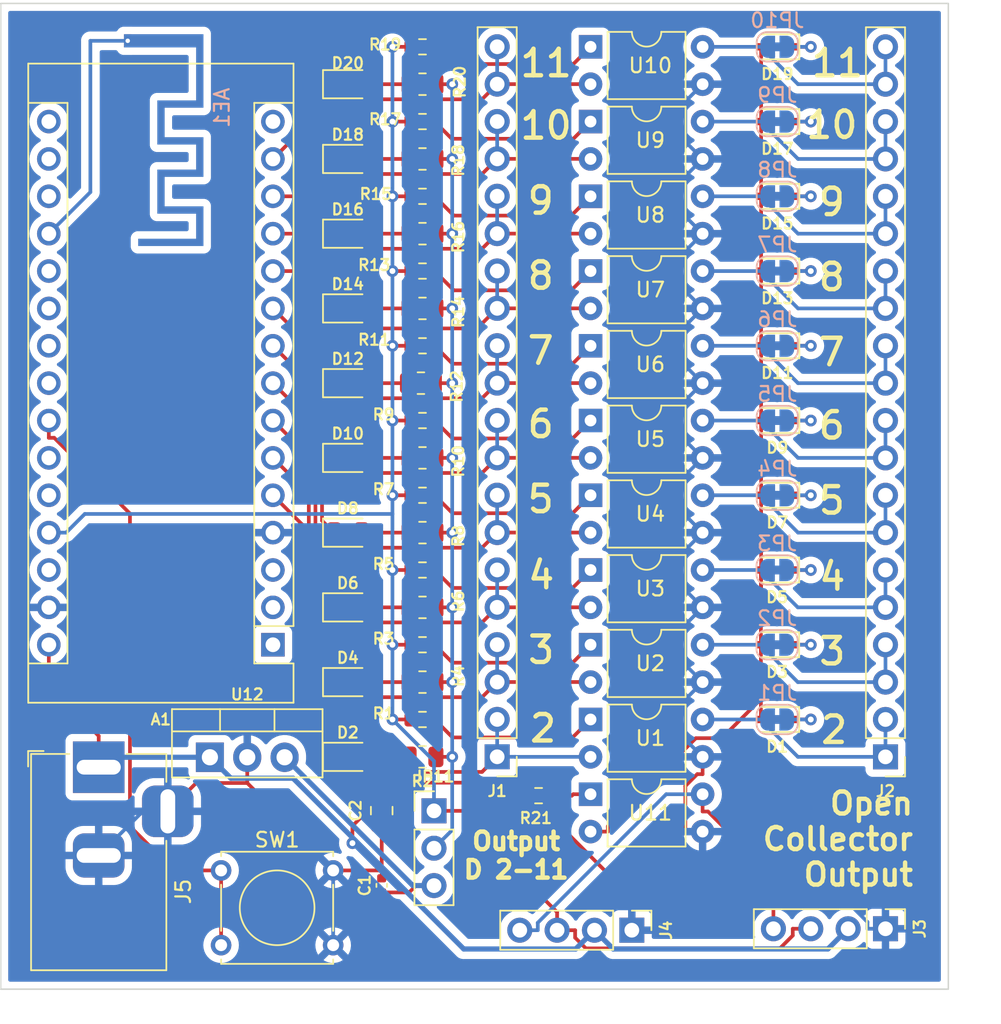
<source format=kicad_pcb>
(kicad_pcb (version 20211014) (generator pcbnew)
  (layers (0 "F.Cu" signal) (31 "B.Cu" signal) (34 "B.Paste" user) (35 "F.Paste" user) (36 "B.SilkS" user "B.Silkscreen") (37 "F.SilkS" user "F.Silkscreen") (38 "B.Mask" user) (39 "F.Mask" user) (44 "Edge.Cuts" user))
  (net 0 "")
  (net 6 "Net-(A1-Pad19)")
  (net 7 "GND")
  (net 9 "Net-(A1-Pad5)")
  (net 11 "Net-(A1-Pad6)")
  (net 13 "Net-(A1-Pad7)")
  (net 15 "Net-(A1-Pad8)")
  (net 16 "Net-(A1-Pad24)")
  (net 18 "Net-(A1-Pad10)")
  (net 20 "Net-(A1-Pad11)")
  (net 21 "/Arduino5V")
  (net 23 "Net-(A1-Pad13)")
  (net 24 "Net-(A1-Pad14)")
  (net 25 "Vin")
  (net 27 "Net-(C1-Pad1)")
  (net 28 "Net-(D1-Pad1)")
  (net 29 "Net-(D1-Pad2)")
  (net 30 "Net-(D2-Pad2)")
  (net 31 "Net-(D3-Pad1)")
  (net 32 "Net-(D4-Pad2)")
  (net 33 "Net-(D5-Pad1)")
  (net 34 "Net-(D6-Pad2)")
  (net 35 "Net-(D7-Pad1)")
  (net 36 "Net-(D8-Pad2)")
  (net 37 "Net-(D9-Pad1)")
  (net 38 "Net-(D10-Pad2)")
  (net 39 "Net-(D11-Pad1)")
  (net 40 "Net-(D12-Pad2)")
  (net 41 "Net-(D13-Pad1)")
  (net 42 "Net-(D14-Pad2)")
  (net 43 "Net-(D15-Pad1)")
  (net 44 "Net-(D16-Pad2)")
  (net 45 "Net-(D17-Pad1)")
  (net 46 "Net-(D18-Pad2)")
  (net 47 "Net-(D19-Pad1)")
  (net 48 "Net-(D20-Pad2)")
  (net 49 "Net-(J2-Pad1)")
  (net 50 "Net-(J2-Pad3)")
  (net 51 "Net-(J2-Pad5)")
  (net 52 "Net-(J2-Pad7)")
  (net 53 "Net-(J2-Pad10)")
  (net 54 "Net-(J2-Pad11)")
  (net 55 "Net-(R1-Pad2)")
  (net 56 "Net-(R3-Pad2)")
  (net 57 "Net-(R5-Pad2)")
  (net 58 "Net-(R7-Pad2)")
  (net 59 "Net-(R9-Pad2)")
  (net 60 "Net-(R11-Pad2)")
  (net 61 "Net-(R13-Pad2)")
  (net 62 "Net-(R15-Pad2)")
  (net 63 "Net-(R17-Pad2)")
  (net 64 "Net-(R19-Pad2)")
  (net 65 "Net-(R21-Pad2)")
  (net 67 "Net-(A1-Pad12)")
  (net 68 "Net-(A1-Pad9)")
  (net 69 "Net-(J2-Pad13)")
  (net 70 "Net-(J2-Pad15)")
  (net 71 "Net-(J2-Pad17)")
  (net 72 "Net-(J2-Pad19)")
  (net 73 "Net-(J3-Pad4)")
  (net 74 "Net-(JP11-Pad2)")
  (footprint "Capacitor_SMD:C_0805_2012Metric" (layer "F.Cu") (at 132.588 105.664 -90)
    (fp_text reference "C2")
    (fp_text value "C330nf")
  )
  (footprint "Capacitor_SMD:C_0402_1005Metric" (layer "F.Cu") (at 132.588 110.744 90)
    (fp_text reference "C1")
    (fp_text value "C100nf")
  )
  (footprint "Connector_PinHeader_2.54mm:PinHeader_1x04_P2.54mm_Vertical" (layer "F.Cu") (at 149.596 113.792 -90)
    (fp_text reference "J4")
    (fp_text value "Conn_4P_Female")
  )
  (footprint "Local_Misckllaneous_Library:DIP-4_W7.62mm_Slim" (layer "F.Cu") (at 146.79 68.989)
    (fp_text reference "U7")
    (fp_text value "PC817")
  )
  (footprint "Diode_SMD:D_SOD-323F" (layer "F.Cu") (at 159.49 63.909 180)
    (fp_text reference "D15")
    (fp_text value "1N4148WS")
  )
  (footprint "Diode_SMD:D_SOD-323F" (layer "F.Cu") (at 159.49 68.989 180)
    (fp_text reference "D13")
    (fp_text value "1N4148WS")
  )
  (footprint "LED_SMD:LED_0805_2012Metric" (layer "F.Cu") (at 130.28 71.529)
    (fp_text reference "D14")
    (fp_text value "LED_0805_R")
  )
  (footprint "Resistor_SMD:R_0603_1608Metric" (layer "F.Cu") (at 135.36 89.309)
    (fp_text reference "R5")
    (fp_text value "R390")
  )
  (footprint "Resistor_SMD:R_0805_2012Metric" (layer "F.Cu") (at 135.255 76.609 180)
    (fp_text reference "R12")
    (fp_text value "R180")
  )
  (footprint "Resistor_SMD:R_0805_2012Metric" (layer "F.Cu") (at 135.36 102.009 180)
    (fp_text reference "R2")
    (fp_text value "R180")
  )
  (footprint "LED_SMD:LED_0805_2012Metric" (layer "F.Cu") (at 130.28 56.289)
    (fp_text reference "D20")
    (fp_text value "LED_0805_R")
  )
  (footprint "Resistor_SMD:R_0603_1608Metric" (layer "F.Cu") (at 135.36 94.389)
    (fp_text reference "R3")
    (fp_text value "R390")
  )
  (footprint "Local_Misckllaneous_Library:DIP-4_W7.62mm_Slim" (layer "F.Cu") (at 146.79 79.149)
    (fp_text reference "U5")
    (fp_text value "PC817")
  )
  (footprint "Local_Connectors:SolderJumper-2_P1.3mm_Bridged_RoundedPad1.0x1.5mm(B.Mount)" (layer "F.Cu") (at 159.475 89.309)
    (fp_text reference "JP3")
    (fp_text value "Jumper")
  )
  (footprint "LED_SMD:LED_0805_2012Metric" (layer "F.Cu") (at 130.28 76.609)
    (fp_text reference "D12")
    (fp_text value "LED_0805_R")
  )
  (footprint "LED_SMD:LED_0805_2012Metric" (layer "F.Cu") (at 130.28 66.449)
    (fp_text reference "D16")
    (fp_text value "LED_0805_R")
  )
  (footprint "Local_Connectors:BarrelJack_Horizontal(F.Mount)" (layer "F.Cu") (at 113.3425 102.712 90)
    (fp_text reference "J5")
    (fp_text value "Barrel_Jack_Switch")
  )
  (footprint "Local_Misckllaneous_Library:Undefined_Antenna(B.Mount)" (layer "F.Cu") (at 115.316 53.34 -90)
    (fp_text reference "AE1")
    (fp_text value "Antenna")
  )
  (footprint "Diode_SMD:D_SOD-323F" (layer "F.Cu") (at 159.49 53.749 180)
    (fp_text reference "D19")
    (fp_text value "1N4148WS")
  )
  (footprint "Local_Connectors:SolderJumper-2_P1.3mm_Bridged_RoundedPad1.0x1.5mm(B.Mount)" (layer "F.Cu") (at 159.49 53.749)
    (fp_text reference "JP10")
    (fp_text value "Jumper")
  )
  (footprint "Resistor_SMD:R_0805_2012Metric" (layer "F.Cu") (at 135.36 56.289 180)
    (fp_text reference "R20")
    (fp_text value "R180")
  )
  (footprint "Diode_SMD:D_SOD-323F" (layer "F.Cu") (at 159.49 84.229 180)
    (fp_text reference "D7")
    (fp_text value "1N4148WS")
  )
  (footprint "Diode_SMD:D_SOD-323F" (layer "F.Cu") (at 159.49 58.829 180)
    (fp_text reference "D17")
    (fp_text value "1N4148WS")
  )
  (footprint "Local_Misckllaneous_Library:DIP-4_W7.62mm_Slim" (layer "F.Cu") (at 146.79 58.829)
    (fp_text reference "U9")
    (fp_text value "PC817")
  )
  (footprint "Diode_SMD:D_SOD-323F" (layer "F.Cu") (at 159.475 89.309 180)
    (fp_text reference "D5")
    (fp_text value "1N4148WS")
  )
  (footprint "Diode_SMD:D_SOD-323F" (layer "F.Cu") (at 159.49 79.149 180)
    (fp_text reference "D9")
    (fp_text value "1N4148WS")
  )
  (footprint "Resistor_SMD:R_0805_2012Metric" (layer "F.Cu") (at 135.36 91.849 180)
    (fp_text reference "R6")
    (fp_text value "R180")
  )
  (footprint "Resistor_SMD:R_0603_1608Metric" (layer "F.Cu") (at 135.36 68.989)
    (fp_text reference "R13")
    (fp_text value "R390")
  )
  (footprint "Local_Misckllaneous_Library:DIP-4_W7.62mm_Slim" (layer "F.Cu") (at 146.79 74.069)
    (fp_text reference "U6")
    (fp_text value "PC817")
  )
  (footprint "Resistor_SMD:R_0603_1608Metric" (layer "F.Cu") (at 135.36 63.909)
    (fp_text reference "R15")
    (fp_text value "R390")
  )
  (footprint "Diode_SMD:D_SOD-323F" (layer "F.Cu") (at 159.49 74.069 180)
    (fp_text reference "D11")
    (fp_text value "1N4148WS")
  )
  (footprint "Resistor_SMD:R_0603_1608Metric" (layer "F.Cu") (at 135.36 58.829)
    (fp_text reference "R17")
    (fp_text value "R390")
  )
  (footprint "LED_SMD:LED_0805_2012Metric" (layer "F.Cu") (at 130.28 91.849)
    (fp_text reference "D6")
    (fp_text value "LED_0805_R")
  )
  (footprint "LED_SMD:LED_0805_2012Metric" (layer "F.Cu") (at 130.28 61.369)
    (fp_text reference "D18")
    (fp_text value "LED_0805_R")
  )
  (footprint "Resistor_SMD:R_0603_1608Metric" (layer "F.Cu") (at 135.36 79.149)
    (fp_text reference "R9")
    (fp_text value "R390")
  )
  (footprint "Resistor_SMD:R_0805_2012Metric" (layer "F.Cu") (at 135.36 81.689 180)
    (fp_text reference "R10")
    (fp_text value "R180")
  )
  (footprint "Resistor_SMD:R_0603_1608Metric" (layer "F.Cu") (at 135.36 74.069)
    (fp_text reference "R11")
    (fp_text value "R390")
  )
  (footprint "Connector_PinHeader_2.54mm:PinHeader_1x20_P2.54mm_Vertical" (layer "F.Cu") (at 166.846 102.009 180)
    (fp_text reference "J2")
    (fp_text value "Conn_20P_Female")
  )
  (footprint "Local_Misckllaneous_Library:DIP-4_W7.62mm_Slim" (layer "F.Cu") (at 146.79 84.229)
    (fp_text reference "U4")
    (fp_text value "PC817")
  )
  (footprint "Diode_SMD:D_SOD-323F" (layer "F.Cu") (at 159.475 94.389 180)
    (fp_text reference "D3")
    (fp_text value "1N4148WS")
  )
  (footprint "Local_Connectors:SolderJumper-2_P1.3mm_Bridged_RoundedPad1.0x1.5mm(B.Mount)" (layer "F.Cu") (at 159.475 94.389)
    (fp_text reference "JP2")
    (fp_text value "Jumper")
  )
  (footprint "Local_Misckllaneous_Library:DIP-4_W7.62mm_Slim" (layer "F.Cu") (at 146.79 53.749)
    (fp_text reference "U10")
    (fp_text value "PC817")
  )
  (footprint "Local_Connectors:SolderJumper-2_P1.3mm_Bridged_RoundedPad1.0x1.5mm(B.Mount)" (layer "F.Cu") (at 159.49 68.989)
    (fp_text reference "JP7")
    (fp_text value "Jumper")
  )
  (footprint "Diode_SMD:D_SOD-323F" (layer "F.Cu") (at 159.48 99.469 180)
    (fp_text reference "D1")
    (fp_text value "1N4148WS")
  )
  (footprint "Local_Misckllaneous_Library:SW_Tactile_Straight_(F.Mount)" (layer "F.Cu") (at 121.666 109.728)
    (fp_text reference "SW1")
    (fp_text value "SMD-SW-4")
  )
  (footprint "LED_SMD:LED_0805_2012Metric" (layer "F.Cu") (at 130.28 86.769)
    (fp_text reference "D8")
    (fp_text value "LED_0805_R")
  )
  (footprint "Connector_PinHeader_2.54mm:PinHeader_1x20_P2.54mm_Vertical" (layer "F.Cu") (at 140.44 102.004 180)
    (fp_text reference "J1")
    (fp_text value "Conn_20P_Female")
  )
  (footprint "Resistor_SMD:R_0805_2012Metric" (layer "F.Cu") (at 135.36 66.449 180)
    (fp_text reference "R16")
    (fp_text value "R180")
  )
  (footprint "Resistor_SMD:R_0603_1608Metric" (layer "F.Cu") (at 135.36 99.469)
    (fp_text reference "R1")
    (fp_text value "R390")
  )
  (footprint "Local_Misckllaneous_Library:DIP-4_W7.62mm_Slim" (layer "F.Cu") (at 146.79 63.909)
    (fp_text reference "U8")
    (fp_text value "PC817")
  )
  (footprint "Local_Misckllaneous_Library:DIP-4_W7.62mm_Slim" (layer "F.Cu") (at 146.79 104.549)
    (fp_text reference "U11")
    (fp_text value "PC817")
  )
  (footprint "Local_Connectors:SolderJumper-2_P1.3mm_Bridged_RoundedPad1.0x1.5mm(B.Mount)" (layer "F.Cu") (at 159.49 74.069)
    (fp_text reference "JP6")
    (fp_text value "Jumper")
  )
  (footprint "LED_SMD:LED_0805_2012Metric" (layer "F.Cu") (at 130.28 81.689)
    (fp_text reference "D10")
    (fp_text value "LED_0805_R")
  )
  (footprint "Connector_PinHeader_2.54mm:PinHeader_1x03_P2.54mm_Vertical" (layer "F.Cu") (at 136.144 105.679)
    (fp_text reference "JP11")
    (fp_text value "Jumper")
  )
  (footprint "Module:Arduino_Nano" (layer "F.Cu") (at 125.19 94.389 180)
    (fp_text reference "A1")
    (fp_text value "Arduino_Nano_v3")
  )
  (footprint "Resistor_SMD:R_0805_2012Metric" (layer "F.Cu") (at 135.36 71.529 180)
    (fp_text reference "R14")
    (fp_text value "R180")
  )
  (footprint "Resistor_SMD:R_0805_2012Metric" (layer "F.Cu") (at 135.36 96.929 180)
    (fp_text reference "R4")
    (fp_text value "R180")
  )
  (footprint "Local_Connectors:SolderJumper-2_P1.3mm_Bridged_RoundedPad1.0x1.5mm(B.Mount)" (layer "F.Cu") (at 159.49 79.149)
    (fp_text reference "JP5")
    (fp_text value "Jumper")
  )
  (footprint "Connector_PinHeader_2.54mm:PinHeader_1x04_P2.54mm_Vertical" (layer "F.Cu") (at 166.846 113.693 -90)
    (fp_text reference "J3")
    (fp_text value "Conn_4P_Female")
  )
  (footprint "LED_SMD:LED_0805_2012Metric" (layer "F.Cu") (at 130.28 102.009)
    (fp_text reference "D2")
    (fp_text value "LED_0805_R")
  )
  (footprint "Local_Connectors:SolderJumper-2_P1.3mm_Bridged_RoundedPad1.0x1.5mm(B.Mount)" (layer "F.Cu") (at 159.48 99.469)
    (fp_text reference "JP1")
    (fp_text value "Jumper")
  )
  (footprint "Resistor_SMD:R_0603_1608Metric" (layer "F.Cu") (at 143.256 104.648)
    (fp_text reference "R21")
    (fp_text value "R390")
  )
  (footprint "Resistor_SMD:R_0603_1608Metric" (layer "F.Cu") (at 135.36 84.229)
    (fp_text reference "R7")
    (fp_text value "R390")
  )
  (footprint "Resistor_SMD:R_0805_2012Metric" (layer "F.Cu") (at 135.36 61.369 180)
    (fp_text reference "R18")
    (fp_text value "R180")
  )
  (footprint "Local_Connectors:SolderJumper-2_P1.3mm_Bridged_RoundedPad1.0x1.5mm(B.Mount)" (layer "F.Cu") (at 159.49 84.229)
    (fp_text reference "JP4")
    (fp_text value "Jumper")
  )
  (footprint "Package_TO_SOT_THT:TO-220-3_Vertical" (layer "F.Cu") (at 120.904 102.037)
    (fp_text reference "U12")
    (fp_text value "L78S05CV")
  )
  (footprint "Local_Misckllaneous_Library:DIP-4_W7.62mm_Slim" (layer "F.Cu") (at 146.79 89.309)
    (fp_text reference "U3")
    (fp_text value "PC817")
  )
  (footprint "Local_Misckllaneous_Library:DIP-4_W7.62mm_Slim" (layer "F.Cu") (at 146.79 99.469)
    (fp_text reference "U1")
    (fp_text value "PC817")
  )
  (footprint "Local_Misckllaneous_Library:DIP-4_W7.62mm_Slim" (layer "F.Cu") (at 146.79 94.389)
    (fp_text reference "U2")
    (fp_text value "PC817")
  )
  (footprint "Local_Connectors:SolderJumper-2_P1.3mm_Bridged_RoundedPad1.0x1.5mm(B.Mount)" (layer "F.Cu") (at 159.49 63.909)
    (fp_text reference "JP8")
    (fp_text value "Jumper")
  )
  (footprint "Resistor_SMD:R_0603_1608Metric" (layer "F.Cu") (at 135.36 53.749)
    (fp_text reference "R19")
    (fp_text value "R390")
  )
  (footprint "Local_Connectors:SolderJumper-2_P1.3mm_Bridged_RoundedPad1.0x1.5mm(B.Mount)" (layer "F.Cu") (at 159.49 58.829)
    (fp_text reference "JP9")
    (fp_text value "Jumper")
  )
  (footprint "Resistor_SMD:R_0805_2012Metric" (layer "F.Cu") (at 135.36 86.769 180)
    (fp_text reference "R8")
    (fp_text value "R180")
  )
  (footprint "LED_SMD:LED_0805_2012Metric" (layer "F.Cu") (at 130.28 96.929)
    (fp_text reference "D4")
    (fp_text value "LED_0805_R")
  )
  (gr_rect (start 106.68 50.8) (end 171.12 117.8) (layer "Edge.Cuts") (width 0.1) (fill none))
  (gr_rect (start 174.66 61.204) (end 174.66 61.204) (layer "Edge.Cuts") (width 0.1) (fill none))
  (gr_text "5" (at 163.195 84.589096) (layer "F.SilkS") (effects (font (size 1.8 1.8) (thickness 0.3))))
  (gr_text "2" (at 143.5608 100.076) (layer "F.SilkS") (effects (font (size 1.8 1.8) (thickness 0.3))))
  (gr_text "10" (at 163.195 59.055) (layer "F.SilkS") (effects (font (size 1.8 1.8) (thickness 0.3))))
  (gr_text "9" (at 163.195 64.301) (layer "F.SilkS") (effects (font (size 1.8 1.8) (thickness 0.3))))
  (gr_text "2" (at 163.355375 100.173505) (layer "F.SilkS") (effects (font (size 1.8 1.8) (thickness 0.3))))
  (gr_text "8" (at 163.195 69.402007) (layer "F.SilkS") (effects (font (size 1.8 1.8) (thickness 0.3))))
  (gr_text "6" (at 143.400425 79.390584) (layer "F.SilkS") (effects (font (size 1.8 1.8) (thickness 0.3))))
  (gr_text "7" (at 143.400425 74.405509) (layer "F.SilkS") (effects (font (size 1.8 1.8) (thickness 0.3))))
  (gr_text "6" (at 163.195 79.488089) (layer "F.SilkS") (effects (font (size 1.8 1.8) (thickness 0.3))))
  (gr_text "7" (at 163.195 74.503014) (layer "F.SilkS") (effects (font (size 1.8 1.8) (thickness 0.3))))
  (gr_text "5" (at 143.400425 84.491591) (layer "F.SilkS") (effects (font (size 1.8 1.8) (thickness 0.3))))
  (gr_text "4" (at 163.228375 89.759505) (layer "F.SilkS") (effects (font (size 1.8 1.8) (thickness 0.3))))
  (gr_text "3" (at 163.228375 94.839505) (layer "F.SilkS") (effects (font (size 1.8 1.8) (thickness 0.3))))
  (gr_text "Output\nD 2-11" (at 141.732 108.712) (layer "F.SilkS") (effects (font (size 1.2 1.2) (thickness 0.3))))
  (gr_text "4" (at 143.4338 89.662) (layer "F.SilkS") (effects (font (size 1.8 1.8) (thickness 0.3))))
  (gr_text "9" (at 143.400425 64.203495) (layer "F.SilkS") (effects (font (size 1.8 1.8) (thickness 0.3))))
  (gr_text "11" (at 163.576 54.864) (layer "F.SilkS") (effects (font (size 1.8 1.8) (thickness 0.3))))
  (gr_text "11" (at 143.764 54.864) (layer "F.SilkS") (effects (font (size 1.8 1.8) (thickness 0.3))))
  (gr_text "8" (at 143.400425 69.304502) (layer "F.SilkS") (effects (font (size 1.8 1.8) (thickness 0.3))))
  (gr_text "10" (at 143.764 59.102489) (layer "F.SilkS") (effects (font (size 1.8 1.8) (thickness 0.3))))
  (gr_text "Open\nCollector\nOutput" (at 168.878 107.597) (layer "F.SilkS") (effects (font (size 1.5 1.5) (thickness 0.3)) (justify right)))
  (gr_text "3" (at 143.4338 94.742) (layer "F.SilkS") (effects (font (size 1.8 1.8) (thickness 0.3))))
  (segment (start 112.776 53.34) (end 112.776 63.623) (width 0.25) (layer "B.Cu") (net 6))
  (segment (start 112.776 63.623) (end 109.95 66.449) (width 0.25) (layer "B.Cu") (net 6))
  (segment (start 115.316 53.34) (end 112.776 53.34) (width 0.25) (layer "B.Cu") (net 6))
  (segment (start 153.2347 107.089) (end 149.7856 110.5381) (width 0.25) (layer "F.Cu") (net 7))
  (segment (start 129.286 109.6286) (end 129.286 109.728) (width 0.25) (layer "F.Cu") (net 7))
  (segment (start 154.41 102.009) (end 154.41 103.1843) (width 0.25) (layer "F.Cu") (net 7))
  (segment (start 153.2347 103.9943) (end 153.2347 107.089) (width 0.25) (layer "F.Cu") (net 7))
  (segment (start 143.256 105.2381) (end 143.256 104.1507) (width 0.25) (layer "F.Cu") (net 7))
  (segment (start 149.596 113.792) (end 149.596 112.5667) (width 0.25) (layer "F.Cu") (net 7))
  (segment (start 135.4378 103.7642) (end 132.588 106.614) (width 0.25) (layer "F.Cu") (net 7))
  (segment (start 123.444 103.7866) (end 119.9679 103.7866) (width 0.25) (layer "F.Cu") (net 7))
  (segment (start 142.8695 103.7642) (end 135.4378 103.7642) (width 0.25) (layer "F.Cu") (net 7))
  (segment (start 149.596 110.5381) (end 149.596 112.5667) (width 0.25) (layer "F.Cu") (net 7))
  (segment (start 132.588 109.728) (end 129.286 109.728) (width 0.25) (layer "F.Cu") (net 7))
  (segment (start 149.7856 110.5381) (end 149.596 110.5381) (width 0.25) (layer "F.Cu") (net 7))
  (segment (start 119.9679 103.7866) (end 118.0425 105.712) (width 0.25) (layer "F.Cu") (net 7))
  (segment (start 132.588 109.728) (end 132.588 106.614) (width 0.25) (layer "F.Cu") (net 7))
  (segment (start 148.556 110.5381) (end 143.256 105.2381) (width 0.25) (layer "F.Cu") (net 7))
  (segment (start 132.588 110.264) (end 132.588 109.728) (width 0.25) (layer "F.Cu") (net 7))
  (segment (start 123.444 103.7866) (end 123.444 102.037) (width 0.25) (layer "F.Cu") (net 7))
  (segment (start 154.0447 103.1843) (end 153.2347 103.9943) (width 0.25) (layer "F.Cu") (net 7))
  (segment (start 154.41 107.089) (end 153.2347 107.089) (width 0.25) (layer "F.Cu") (net 7))
  (segment (start 154.41 103.1843) (end 154.0447 103.1843) (width 0.25) (layer "F.Cu") (net 7))
  (segment (start 123.444 103.7866) (end 129.286 109.6286) (width 0.25) (layer "F.Cu") (net 7))
  (segment (start 149.596 110.5381) (end 148.556 110.5381) (width 0.25) (layer "F.Cu") (net 7))
  (segment (start 143.256 104.1507) (end 142.8695 103.7642) (width 0.25) (layer "F.Cu") (net 7))
  (segment (start 153.235 82.8635) (end 153.235 85.5945) (width 0.25) (layer "B.Cu") (net 7))
  (segment (start 153.235 87.9435) (end 153.235 90.6745) (width 0.25) (layer "B.Cu") (net 7))
  (segment (start 124.0147 86.769) (end 118.9347 91.849) (width 0.25) (layer "B.Cu") (net 7))
  (segment (start 154.41 66.449) (end 153.235 67.6235) (width 0.25) (layer "B.Cu") (net 7))
  (segment (start 153.235 57.4635) (end 153.235 60.1945) (width 0.25) (layer "B.Cu") (net 7))
  (segment (start 153.235 80.5145) (end 154.41 81.689) (width 0.25) (layer "B.Cu") (net 7))
  (segment (start 154.41 96.929) (end 153.235 98.1035) (width 0.25) (layer "B.Cu") (net 7))
  (segment (start 154.41 91.849) (end 153.235 93.0235) (width 0.25) (layer "B.Cu") (net 7))
  (segment (start 154.41 71.529) (end 153.235 72.7035) (width 0.25) (layer "B.Cu") (net 7))
  (segment (start 154.41 61.369) (end 153.235 62.5435) (width 0.25) (layer "B.Cu") (net 7))
  (segment (start 153.235 60.1945) (end 154.41 61.369) (width 0.25) (layer "B.Cu") (net 7))
  (segment (start 123.444 96.3583) (end 118.9347 91.849) (width 0.25) (layer "B.Cu") (net 7))
  (segment (start 166.846 113.693) (end 165.621 113.693) (width 0.25) (layer "B.Cu") (net 7))
  (segment (start 153.235 100.834) (end 154.41 102.009) (width 0.25) (layer "B.Cu") (net 7))
  (segment (start 116.3425 105.712) (end 113.3425 108.712) (width 0.25) (layer "B.Cu") (net 7))
  (segment (start 165.621 113.693) (end 165.621 113.234) (width 0.25) (layer "B.Cu") (net 7))
  (segment (start 153.235 67.6235) (end 153.235 70.3545) (width 0.25) (layer "B.Cu") (net 7))
  (segment (start 153.235 75.4345) (end 154.41 76.609) (width 0.25) (layer "B.Cu") (net 7))
  (segment (start 118.0425 105.712) (end 116.3425 105.712) (width 0.25) (layer "B.Cu") (net 7))
  (segment (start 165.621 113.234) (end 159.476 107.089) (width 0.25) (layer "B.Cu") (net 7))
  (segment (start 153.235 95.7545) (end 154.41 96.929) (width 0.25) (layer "B.Cu") (net 7))
  (segment (start 153.235 93.0235) (end 153.235 95.7545) (width 0.25) (layer "B.Cu") (net 7))
  (segment (start 123.444 102.037) (end 123.444 96.3583) (width 0.25) (layer "B.Cu") (net 7))
  (segment (start 154.41 76.609) (end 153.235 77.7835) (width 0.25) (layer "B.Cu") (net 7))
  (segment (start 125.19 86.769) (end 124.0147 86.769) (width 0.25) (layer "B.Cu") (net 7))
  (segment (start 118.9347 91.849) (end 109.95 91.849) (width 0.25) (layer "B.Cu") (net 7))
  (segment (start 153.235 85.5945) (end 154.41 86.769) (width 0.25) (layer "B.Cu") (net 7))
  (segment (start 153.235 90.6745) (end 154.41 91.849) (width 0.25) (layer "B.Cu") (net 7))
  (segment (start 153.235 98.1035) (end 153.235 100.834) (width 0.25) (layer "B.Cu") (net 7))
  (segment (start 153.235 72.7035) (end 153.235 75.4345) (width 0.25) (layer "B.Cu") (net 7))
  (segment (start 154.41 81.689) (end 153.235 82.8635) (width 0.25) (layer "B.Cu") (net 7))
  (segment (start 159.476 107.089) (end 154.41 107.089) (width 0.25) (layer "B.Cu") (net 7))
  (segment (start 154.41 56.289) (end 153.235 57.4635) (width 0.25) (layer "B.Cu") (net 7))
  (segment (start 153.235 62.5435) (end 153.235 65.2745) (width 0.25) (layer "B.Cu") (net 7))
  (segment (start 154.41 86.769) (end 153.235 87.9435) (width 0.25) (layer "B.Cu") (net 7))
  (segment (start 153.235 65.2745) (end 154.41 66.449) (width 0.25) (layer "B.Cu") (net 7))
  (segment (start 153.235 70.3545) (end 154.41 71.529) (width 0.25) (layer "B.Cu") (net 7))
  (segment (start 153.235 77.7835) (end 153.235 80.5145) (width 0.25) (layer "B.Cu") (net 7))
  (segment (start 129.286 109.728) (end 129.286 114.808) (width 0.25) (layer "B.Cu") (net 7))
  (segment (start 129.3425 101.795) (end 129.3425 102.009) (width 0.25) (layer "F.Cu") (net 9))
  (segment (start 127.182 86.2209) (end 127.182 99.4191) (width 0.25) (layer "F.Cu") (net 9))
  (segment (start 130.367 103.034) (end 139.41 103.034) (width 0.25) (layer "F.Cu") (net 9))
  (segment (start 129.342 102.009) (end 129.342 102.01) (width 0.25) (layer "F.Cu") (net 9))
  (segment (start 129.342 102.01) (end 129.342 102.009) (width 0.25) (layer "F.Cu") (net 9))
  (segment (start 139.41 103.034) (end 140.44 102.004) (width 0.25) (layer "F.Cu") (net 9))
  (segment (start 125.19 84.229) (end 127.182 86.2209) (width 0.25) (layer "F.Cu") (net 9))
  (segment (start 129.342 101.58) (end 129.342 101.7945) (width 0.25) (layer "F.Cu") (net 9))
  (segment (start 129.342 101.7945) (end 129.3425 101.795) (width 0.25) (layer "F.Cu") (net 9))
  (segment (start 129.342 101.7945) (end 129.342 102.009) (width 0.25) (layer "F.Cu") (net 9))
  (segment (start 129.342 102.01) (end 130.367 103.034) (width 0.25) (layer "F.Cu") (net 9))
  (segment (start 127.182 99.4191) (end 129.342 101.58) (width 0.25) (layer "F.Cu") (net 9))
  (segment (start 140.44 102.004) (end 140.44 99.464) (width 0.25) (layer "B.Cu") (net 9))
  (segment (start 141.67 102.009) (end 141.665 102.004) (width 0.25) (layer "B.Cu") (net 9))
  (segment (start 141.665 102.004) (end 140.44 102.004) (width 0.25) (layer "B.Cu") (net 9))
  (segment (start 146.79 102.009) (end 141.67 102.009) (width 0.25) (layer "B.Cu") (net 9))
  (segment (start 130.367 97.9535) (end 139.41 97.9535) (width 0.25) (layer "F.Cu") (net 11))
  (segment (start 140.44 96.924) (end 146.785 96.924) (width 0.25) (layer "F.Cu") (net 11))
  (segment (start 127.631 84.1304) (end 127.631 95.2179) (width 0.25) (layer "F.Cu") (net 11))
  (segment (start 146.785 96.924) (end 146.79 96.929) (width 0.25) (layer "F.Cu") (net 11))
  (segment (start 129.342 96.9292) (end 130.367 97.9535) (width 0.25) (layer "F.Cu") (net 11))
  (segment (start 129.3425 96.929) (end 129.342 96.929) (width 0.25) (layer "F.Cu") (net 11))
  (segment (start 139.41 97.9535) (end 140.44 96.924) (width 0.25) (layer "F.Cu") (net 11))
  (segment (start 129.342 96.929) (end 129.342 96.9292) (width 0.25) (layer "F.Cu") (net 11))
  (segment (start 127.631 95.2179) (end 129.342 96.929) (width 0.25) (layer "F.Cu") (net 11))
  (segment (start 129.342 96.929) (end 129.342 96.9292) (width 0.25) (layer "F.Cu") (net 11))
  (segment (start 125.19 81.689) (end 127.631 84.1304) (width 0.25) (layer "F.Cu") (net 11))
  (segment (start 140.44 94.384) (end 140.44 96.924) (width 0.25) (layer "B.Cu") (net 11))
  (segment (start 128.081 90.5875) (end 129.342 91.849) (width 0.25) (layer "F.Cu") (net 13))
  (segment (start 139.41 92.8735) (end 140.44 91.844) (width 0.25) (layer "F.Cu") (net 13))
  (segment (start 129.3425 91.849) (end 129.342 91.849) (width 0.25) (layer "F.Cu") (net 13))
  (segment (start 128.081 82.04) (end 128.081 90.5875) (width 0.25) (layer "F.Cu") (net 13))
  (segment (start 140.44 91.844) (end 146.785 91.844) (width 0.25) (layer "F.Cu") (net 13))
  (segment (start 146.785 91.844) (end 146.79 91.849) (width 0.25) (layer "F.Cu") (net 13))
  (segment (start 130.367 92.8735) (end 139.41 92.8735) (width 0.25) (layer "F.Cu") (net 13))
  (segment (start 129.342 91.849) (end 129.342 91.8492) (width 0.25) (layer "F.Cu") (net 13))
  (segment (start 129.342 91.849) (end 129.342 91.8492) (width 0.25) (layer "F.Cu") (net 13))
  (segment (start 129.342 91.8492) (end 130.367 92.8735) (width 0.25) (layer "F.Cu") (net 13))
  (segment (start 125.19 79.149) (end 128.081 82.04) (width 0.25) (layer "F.Cu") (net 13))
  (segment (start 140.44 89.304) (end 140.44 91.844) (width 0.25) (layer "B.Cu") (net 13))
  (segment (start 129.342 86.769) (end 129.342 86.7692) (width 0.25) (layer "F.Cu") (net 15))
  (segment (start 129.342 86.7692) (end 130.367 87.7935) (width 0.25) (layer "F.Cu") (net 15))
  (segment (start 139.41 87.7935) (end 140.44 86.764) (width 0.25) (layer "F.Cu") (net 15))
  (segment (start 129.342 86.769) (end 129.342 86.7692) (width 0.25) (layer "F.Cu") (net 15))
  (segment (start 125.19 76.609) (end 128.53 79.9495) (width 0.25) (layer "F.Cu") (net 15))
  (segment (start 129.3425 86.769) (end 129.342 86.769) (width 0.25) (layer "F.Cu") (net 15))
  (segment (start 128.53 85.957) (end 129.342 86.769) (width 0.25) (layer "F.Cu") (net 15))
  (segment (start 140.44 86.764) (end 146.785 86.764) (width 0.25) (layer "F.Cu") (net 15))
  (segment (start 130.367 87.7935) (end 139.41 87.7935) (width 0.25) (layer "F.Cu") (net 15))
  (segment (start 128.53 79.9495) (end 128.53 85.957) (width 0.25) (layer "F.Cu") (net 15))
  (segment (start 146.785 86.764) (end 146.79 86.769) (width 0.25) (layer "F.Cu") (net 15))
  (segment (start 140.44 84.224) (end 140.44 86.764) (width 0.25) (layer "B.Cu") (net 15))
  (segment (start 121.666 114.808) (end 121.666 109.728) (width 0.25) (layer "F.Cu") (net 16))
  (segment (start 109.95 80.3243) (end 110.3173 80.3243) (width 0.25) (layer "F.Cu") (net 16))
  (segment (start 115.4678 106.7314) (end 118.4644 109.728) (width 0.25) (layer "F.Cu") (net 16))
  (segment (start 118.4644 109.728) (end 121.666 109.728) (width 0.25) (layer "F.Cu") (net 16))
  (segment (start 110.3173 80.3243) (end 115.4678 85.4748) (width 0.25) (layer "F.Cu") (net 16))
  (segment (start 115.4678 85.4748) (end 115.4678 106.7314) (width 0.25) (layer "F.Cu") (net 16))
  (segment (start 109.95 79.149) (end 109.95 80.3243) (width 0.25) (layer "F.Cu") (net 16))
  (segment (start 140.44 76.604) (end 146.785 76.604) (width 0.25) (layer "F.Cu") (net 18))
  (segment (start 139.41 77.6335) (end 140.44 76.604) (width 0.25) (layer "F.Cu") (net 18))
  (segment (start 125.19 71.529) (end 129.342 75.6815) (width 0.25) (layer "F.Cu") (net 18))
  (segment (start 129.3425 76.609) (end 129.342 76.609) (width 0.25) (layer "F.Cu") (net 18))
  (segment (start 146.785 76.604) (end 146.79 76.609) (width 0.25) (layer "F.Cu") (net 18))
  (segment (start 129.342 75.6815) (end 129.342 76.609) (width 0.25) (layer "F.Cu") (net 18))
  (segment (start 129.342 76.609) (end 130.367 77.6335) (width 0.25) (layer "F.Cu") (net 18))
  (segment (start 130.367 77.6335) (end 139.41 77.6335) (width 0.25) (layer "F.Cu") (net 18))
  (segment (start 140.44 74.064) (end 140.44 76.604) (width 0.25) (layer "B.Cu") (net 18))
  (segment (start 125.19 68.989) (end 126.802 68.989) (width 0.25) (layer "F.Cu") (net 20))
  (segment (start 129.3425 71.5296) (end 129.3425 71.529) (width 0.25) (layer "F.Cu") (net 20))
  (segment (start 126.802 68.989) (end 129.342 71.529) (width 0.25) (layer "F.Cu") (net 20))
  (segment (start 129.342 71.5293) (end 129.342 71.529) (width 0.25) (layer "F.Cu") (net 20))
  (segment (start 129.886 72.0732) (end 129.342 71.5293) (width 0.25) (layer "F.Cu") (net 20))
  (segment (start 129.614 71.8011) (end 129.886 72.0732) (width 0.25) (layer "F.Cu") (net 20))
  (segment (start 130.703 72.8895) (end 139.075 72.8895) (width 0.25) (layer "F.Cu") (net 20))
  (segment (start 146.785 71.524) (end 146.79 71.529) (width 0.25) (layer "F.Cu") (net 20))
  (segment (start 129.342 71.529) (end 129.614 71.8011) (width 0.25) (layer "F.Cu") (net 20))
  (segment (start 129.614 71.8011) (end 129.3425 71.5296) (width 0.25) (layer "F.Cu") (net 20))
  (segment (start 129.886 72.0732) (end 130.703 72.8895) (width 0.25) (layer "F.Cu") (net 20))
  (segment (start 139.075 72.8895) (end 140.44 71.524) (width 0.25) (layer "F.Cu") (net 20))
  (segment (start 140.44 71.524) (end 146.785 71.524) (width 0.25) (layer "F.Cu") (net 20))
  (segment (start 140.44 68.984) (end 140.44 71.524) (width 0.25) (layer "B.Cu") (net 20))
  (segment (start 134.535 84.229) (end 133.318 84.229) (width 0.25) (layer "F.Cu") (net 21))
  (segment (start 134.535 99.469) (end 133.318 99.469) (width 0.25) (layer "F.Cu") (net 21))
  (segment (start 134.535 63.909) (end 133.318 63.909) (width 0.25) (layer "F.Cu") (net 21))
  (segment (start 134.535 74.069) (end 133.318 74.069) (width 0.25) (layer "F.Cu") (net 21))
  (segment (start 134.535 68.989) (end 133.318 68.989) (width 0.25) (layer "F.Cu") (net 21))
  (segment (start 159.6666 115.0266) (end 146.4681 115.0266) (width 0.25) (layer "F.Cu") (net 21))
  (segment (start 144.516 113.792) (end 145.7413 113.792) (width 0.25) (layer "F.Cu") (net 21))
  (segment (start 160.5407 114.1525) (end 159.6666 115.0266) (width 0.25) (layer "F.Cu") (net 21))
  (segment (start 136.144 105.679) (end 141.4 105.679) (width 0.25) (layer "F.Cu") (net 21))
  (segment (start 134.535 94.389) (end 133.318 94.389) (width 0.25) (layer "F.Cu") (net 21))
  (segment (start 133.318 58.829) (end 134.535 58.829) (width 0.25) (layer "F.Cu") (net 21))
  (segment (start 146.4681 115.0266) (end 145.7413 114.2998) (width 0.25) (layer "F.Cu") (net 21))
  (segment (start 134.535 79.149) (end 133.318 79.149) (width 0.25) (layer "F.Cu") (net 21))
  (segment (start 144.516 113.792) (end 144.516 112.5667) (width 0.25) (layer "F.Cu") (net 21))
  (segment (start 141.4 109.4507) (end 144.516 112.5667) (width 0.25) (layer "F.Cu") (net 21))
  (segment (start 141.4 105.679) (end 141.4 109.4507) (width 0.25) (layer "F.Cu") (net 21))
  (segment (start 160.5407 113.693) (end 160.5407 114.1525) (width 0.25) (layer "F.Cu") (net 21))
  (segment (start 134.535 89.309) (end 133.318 89.309) (width 0.25) (layer "F.Cu") (net 21))
  (segment (start 141.4 105.679) (end 142.431 104.648) (width 0.25) (layer "F.Cu") (net 21))
  (segment (start 134.535 53.749) (end 133.318 53.749) (width 0.25) (layer "F.Cu") (net 21))
  (segment (start 145.7413 114.2998) (end 145.7413 113.792) (width 0.25) (layer "F.Cu") (net 21))
  (segment (start 161.766 113.693) (end 160.5407 113.693) (width 0.25) (layer "F.Cu") (net 21))
  (via (at 133.318 53.749) (size 0.8) (drill 0.4) (layers "F.Cu" "B.Cu") (net 21))
  (via (at 133.318 94.389) (size 0.8) (drill 0.4) (layers "F.Cu" "B.Cu") (net 21))
  (via (at 133.318 99.469) (size 0.8) (drill 0.4) (layers "F.Cu" "B.Cu") (net 21))
  (via (at 133.318 89.309) (size 0.8) (drill 0.4) (layers "F.Cu" "B.Cu") (net 21))
  (via (at 133.318 63.909) (size 0.8) (drill 0.4) (layers "F.Cu" "B.Cu") (net 21))
  (via (at 133.318 84.229) (size 0.8) (drill 0.4) (layers "F.Cu" "B.Cu") (net 21))
  (via (at 133.318 79.149) (size 0.8) (drill 0.4) (layers "F.Cu" "B.Cu") (net 21))
  (via (at 133.318 74.069) (size 0.8) (drill 0.4) (layers "F.Cu" "B.Cu") (net 21))
  (via (at 133.318 58.829) (size 0.8) (drill 0.4) (layers "F.Cu" "B.Cu") (net 21))
  (via (at 133.318 68.989) (size 0.8) (drill 0.4) (layers "F.Cu" "B.Cu") (net 21))
  (segment (start 133.318 63.909) (end 133.318 58.829) (width 0.25) (layer "B.Cu") (net 21))
  (segment (start 133.318 94.389) (end 133.318 89.309) (width 0.25) (layer "B.Cu") (net 21))
  (segment (start 133.318 53.749) (end 133.318 58.829) (width 0.25) (layer "B.Cu") (net 21))
  (segment (start 133.318 85.499) (end 133.318 84.229) (width 0.25) (layer "B.Cu") (net 21))
  (segment (start 109.95 86.769) (end 111.1253 86.769) (width 0.25) (layer "B.Cu") (net 21))
  (segment (start 133.318 99.469) (end 136.144 102.295) (width 0.25) (layer "B.Cu") (net 21))
  (segment (start 133.318 89.309) (end 133.318 85.499) (width 0.25) (layer "B.Cu") (net 21))
  (segment (start 112.3953 85.499) (end 111.1253 86.769) (width 0.25) (layer "B.Cu") (net 21))
  (segment (start 136.144 102.295) (end 136.144 105.679) (width 0.25) (layer "B.Cu") (net 21))
  (segment (start 133.318 79.149) (end 133.318 74.069) (width 0.25) (layer "B.Cu") (net 21))
  (segment (start 133.318 85.499) (end 112.3953 85.499) (width 0.25) (layer "B.Cu") (net 21))
  (segment (start 133.318 74.069) (end 133.318 68.989) (width 0.25) (layer "B.Cu") (net 21))
  (segment (start 133.318 84.229) (end 133.318 79.149) (width 0.25) (layer "B.Cu") (net 21))
  (segment (start 133.318 68.989) (end 133.318 63.909) (width 0.25) (layer "B.Cu") (net 21))
  (segment (start 133.318 99.469) (end 133.318 94.389) (width 0.25) (layer "B.Cu") (net 21))
  (segment (start 129.3425 61.369) (end 129.342 61.369) (width 0.25) (layer "F.Cu") (net 23))
  (segment (start 146.785 61.364) (end 146.79 61.369) (width 0.25) (layer "F.Cu") (net 23))
  (segment (start 129.342 61.369) (end 129.342 61.3692) (width 0.25) (layer "F.Cu") (net 23))
  (segment (start 130.367 62.3935) (end 139.41 62.3935) (width 0.25) (layer "F.Cu") (net 23))
  (segment (start 126.802 63.909) (end 129.342 61.369) (width 0.25) (layer "F.Cu") (net 23))
  (segment (start 139.41 62.3935) (end 140.44 61.364) (width 0.25) (layer "F.Cu") (net 23))
  (segment (start 125.19 63.909) (end 126.802 63.909) (width 0.25) (layer "F.Cu") (net 23))
  (segment (start 140.44 61.364) (end 146.785 61.364) (width 0.25) (layer "F.Cu") (net 23))
  (segment (start 129.342 61.369) (end 129.342 61.3692) (width 0.25) (layer "F.Cu") (net 23))
  (segment (start 129.342 61.3692) (end 130.367 62.3935) (width 0.25) (layer "F.Cu") (net 23))
  (segment (start 140.44 58.824) (end 140.44 61.364) (width 0.25) (layer "B.Cu") (net 23))
  (segment (start 129.342 57.2165) (end 129.342 56.2892) (width 0.25) (layer "F.Cu") (net 24))
  (segment (start 129.342 56.2892) (end 129.342 56.289) (width 0.25) (layer "F.Cu") (net 24))
  (segment (start 146.785 56.284) (end 146.79 56.289) (width 0.25) (layer "F.Cu") (net 24))
  (segment (start 140.44 56.284) (end 146.785 56.284) (width 0.25) (layer "F.Cu") (net 24))
  (segment (start 129.3425 56.289) (end 129.342 56.289) (width 0.25) (layer "F.Cu") (net 24))
  (segment (start 129.342 56.289) (end 129.342 56.2892) (width 0.25) (layer "F.Cu") (net 24))
  (segment (start 139.41 57.3135) (end 140.44 56.284) (width 0.25) (layer "F.Cu") (net 24))
  (segment (start 129.342 56.289) (end 129.342 56.2892) (width 0.25) (layer "F.Cu") (net 24))
  (segment (start 125.19 61.369) (end 129.342 57.2165) (width 0.25) (layer "F.Cu") (net 24))
  (segment (start 130.367 57.3135) (end 139.41 57.3135) (width 0.25) (layer "F.Cu") (net 24))
  (segment (start 129.342 56.2892) (end 130.367 57.3135) (width 0.25) (layer "F.Cu") (net 24))
  (segment (start 140.44 53.744) (end 140.44 56.284) (width 0.25) (layer "B.Cu") (net 24))
  (segment (start 113.3425 102.712) (end 113.3425 100.5867) (width 0.25) (layer "F.Cu") (net 25))
  (segment (start 130.5967 106.7053) (end 132.588 104.714) (width 0.25) (layer "F.Cu") (net 25))
  (segment (start 113.3425 100.5867) (end 109.95 97.1942) (width 0.25) (layer "F.Cu") (net 25))
  (segment (start 130.5967 107.8756) (end 130.5967 106.7053) (width 0.25) (layer "F.Cu") (net 25))
  (segment (start 109.95 97.1942) (end 109.95 94.389) (width 0.25) (layer "F.Cu") (net 25))
  (via (at 130.5967 107.8756) (size 0.8) (drill 0.4) (layers "F.Cu" "B.Cu") (net 25))
  (segment (start 134.1378 111.0388) (end 138.166 115.067) (width 0.35) (layer "B.Cu") (net 25))
  (segment (start 147.056 113.792) (end 148.331 115.067) (width 0.35) (layer "B.Cu") (net 25))
  (segment (start 148.331 115.067) (end 162.932 115.067) (width 0.35) (layer "B.Cu") (net 25))
  (segment (start 134.1378 111.0388) (end 133.7599 111.0388) (width 0.25) (layer "B.Cu") (net 25))
  (segment (start 126.561 103.462) (end 134.1378 111.0388) (width 0.35) (layer "B.Cu") (net 25))
  (segment (start 133.7599 111.0388) (end 130.5967 107.8756) (width 0.25) (layer "B.Cu") (net 25))
  (segment (start 114.018 102.037) (end 113.68 102.3745) (width 0.35) (layer "B.Cu") (net 25))
  (segment (start 162.932 115.067) (end 164.306 113.693) (width 0.35) (layer "B.Cu") (net 25))
  (segment (start 113.68 102.3745) (end 113.3425 102.712) (width 0.25) (layer "B.Cu") (net 25))
  (segment (start 113.68 102.3745) (end 113.342 102.712) (width 0.35) (layer "B.Cu") (net 25))
  (segment (start 122.329 103.462) (end 126.561 103.462) (width 0.35) (layer "B.Cu") (net 25))
  (segment (start 120.904 102.037) (end 122.329 103.462) (width 0.35) (layer "B.Cu") (net 25))
  (segment (start 145.781 115.067) (end 147.056 113.792) (width 0.35) (layer "B.Cu") (net 25))
  (segment (start 138.166 115.067) (end 145.781 115.067) (width 0.35) (layer "B.Cu") (net 25))
  (segment (start 120.904 102.037) (end 114.018 102.037) (width 0.35) (layer "B.Cu") (net 25))
  (segment (start 136.144 110.759) (end 134.9187 110.759) (width 0.25) (layer "F.Cu") (net 27))
  (segment (start 134.4537 111.224) (end 132.588 111.224) (width 0.25) (layer "F.Cu") (net 27))
  (segment (start 134.9187 110.759) (end 134.4537 111.224) (width 0.25) (layer "F.Cu") (net 27))
  (segment (start 136.144 110.759) (end 134.706 110.759) (width 0.35) (layer "B.Cu") (net 27))
  (segment (start 134.706 110.759) (end 125.984 102.037) (width 0.35) (layer "B.Cu") (net 27))
  (segment (start 160.58 99.469) (end 161.766 99.469) (width 0.25) (layer "F.Cu") (net 28))
  (via (at 161.766 99.469) (size 0.8) (drill 0.4) (layers "F.Cu" "B.Cu") (net 28))
  (segment (start 161.766 99.469) (end 160.13 99.469) (width 0.25) (layer "B.Cu") (net 28))
  (segment (start 158.39 78.846) (end 158.39 79.149) (width 0.25) (layer "F.Cu") (net 29))
  (segment (start 158.39 63.909) (end 158.39 68.989) (width 0.25) (layer "F.Cu") (net 29))
  (segment (start 158.375 98.0823) (end 158.375 99.464) (width 0.25) (layer "F.Cu") (net 29))
  (segment (start 147.965 107.089) (end 146.79 107.089) (width 0.25) (layer "F.Cu") (net 29))
  (segment (start 158.39 68.989) (end 158.39 74.069) (width 0.25) (layer "F.Cu") (net 29))
  (segment (start 158.39 79.149) (end 158.39 84.229) (width 0.25) (layer "F.Cu") (net 29))
  (segment (start 158.375 91.849) (end 158.39 91.834) (width 0.25) (layer "F.Cu") (net 29))
  (segment (start 158.39 78.846) (end 158.39 79.149) (width 0.25) (layer "F.Cu") (net 29))
  (segment (start 158.39 58.829) (end 158.39 63.909) (width 0.25) (layer "F.Cu") (net 29))
  (segment (start 155.718 100.739) (end 153.95 100.739) (width 0.25) (layer "F.Cu") (net 29))
  (segment (start 158.375 98.0823) (end 155.718 100.739) (width 0.25) (layer "F.Cu") (net 29))
  (segment (start 158.375 89.309) (end 158.375 91.849) (width 0.25) (layer "F.Cu") (net 29))
  (segment (start 147.965 106.724) (end 147.965 107.089) (width 0.25) (layer "F.Cu") (net 29))
  (segment (start 158.375 91.849) (end 158.375 94.389) (width 0.25) (layer "F.Cu") (net 29))
  (segment (start 158.375 94.389) (end 158.375 98.0823) (width 0.25) (layer "F.Cu") (net 29))
  (segment (start 158.39 91.834) (end 158.39 84.229) (width 0.25) (layer "F.Cu") (net 29))
  (segment (start 158.375 99.464) (end 158.38 99.469) (width 0.25) (layer "F.Cu") (net 29))
  (segment (start 153.95 100.739) (end 147.965 106.724) (width 0.25) (layer "F.Cu") (net 29))
  (segment (start 158.39 53.749) (end 158.39 58.829) (width 0.25) (layer "F.Cu") (net 29))
  (segment (start 158.39 74.069) (end 158.39 78.846) (width 0.25) (layer "F.Cu") (net 29))
  (segment (start 134.4475 102.009) (end 134.448 102.009) (width 0.25) (layer "F.Cu") (net 30))
  (segment (start 131.218 102.009) (end 134.4475 102.009) (width 0.25) (layer "F.Cu") (net 30))
  (segment (start 131.218 102.009) (end 131.2175 102.009) (width 0.25) (layer "F.Cu") (net 30))
  (segment (start 161.766 94.389) (end 160.575 94.389) (width 0.25) (layer "F.Cu") (net 31))
  (via (at 161.766 94.389) (size 0.8) (drill 0.4) (layers "F.Cu" "B.Cu") (net 31))
  (segment (start 160.125 94.389) (end 161.766 94.389) (width 0.25) (layer "B.Cu") (net 31))
  (segment (start 131.218 96.929) (end 131.2175 96.929) (width 0.25) (layer "F.Cu") (net 32))
  (segment (start 131.218 96.929) (end 134.4475 96.929) (width 0.25) (layer "F.Cu") (net 32))
  (segment (start 134.4475 96.929) (end 134.448 96.929) (width 0.25) (layer "F.Cu") (net 32))
  (segment (start 160.575 89.309) (end 161.766 89.309) (width 0.25) (layer "F.Cu") (net 33))
  (via (at 161.766 89.309) (size 0.8) (drill 0.4) (layers "F.Cu" "B.Cu") (net 33))
  (segment (start 161.766 89.309) (end 160.125 89.309) (width 0.25) (layer "B.Cu") (net 33))
  (segment (start 134.4475 91.849) (end 134.448 91.849) (width 0.25) (layer "F.Cu") (net 34))
  (segment (start 131.218 91.849) (end 134.4475 91.849) (width 0.25) (layer "F.Cu") (net 34))
  (segment (start 131.218 91.849) (end 131.2175 91.849) (width 0.25) (layer "F.Cu") (net 34))
  (segment (start 161.766 84.229) (end 160.59 84.229) (width 0.25) (layer "F.Cu") (net 35))
  (via (at 161.766 84.229) (size 0.8) (drill 0.4) (layers "F.Cu" "B.Cu") (net 35))
  (segment (start 160.14 84.229) (end 161.766 84.229) (width 0.25) (layer "B.Cu") (net 35))
  (segment (start 134.4475 86.769) (end 131.218 86.769) (width 0.25) (layer "F.Cu") (net 36))
  (segment (start 134.448 86.769) (end 134.4475 86.769) (width 0.25) (layer "F.Cu") (net 36))
  (segment (start 131.218 86.769) (end 131.2175 86.769) (width 0.25) (layer "F.Cu") (net 36))
  (segment (start 160.59 79.149) (end 161.766 79.149) (width 0.25) (layer "F.Cu") (net 37))
  (via (at 161.766 79.149) (size 0.8) (drill 0.4) (layers "F.Cu" "B.Cu") (net 37))
  (segment (start 161.766 79.149) (end 160.14 79.149) (width 0.25) (layer "B.Cu") (net 37))
  (segment (start 134.4475 81.689) (end 134.448 81.689) (width 0.25) (layer "F.Cu") (net 38))
  (segment (start 131.218 81.689) (end 131.2175 81.689) (width 0.25) (layer "F.Cu") (net 38))
  (segment (start 131.218 81.689) (end 134.4475 81.689) (width 0.25) (layer "F.Cu") (net 38))
  (segment (start 161.766 74.069) (end 160.59 74.069) (width 0.25) (layer "F.Cu") (net 39))
  (via (at 161.766 74.069) (size 0.8) (drill 0.4) (layers "F.Cu" "B.Cu") (net 39))
  (segment (start 160.14 74.069) (end 161.766 74.069) (width 0.25) (layer "B.Cu") (net 39))
  (segment (start 131.218 76.609) (end 131.2175 76.609) (width 0.25) (layer "F.Cu") (net 40))
  (segment (start 131.218 76.609) (end 134.4475 76.609) (width 0.25) (layer "F.Cu") (net 40))
  (segment (start 134.4475 76.609) (end 134.448 76.609) (width 0.25) (layer "F.Cu") (net 40))
  (segment (start 160.59 68.989) (end 161.766 68.989) (width 0.25) (layer "F.Cu") (net 41))
  (via (at 161.766 68.989) (size 0.8) (drill 0.4) (layers "F.Cu" "B.Cu") (net 41))
  (segment (start 161.766 68.989) (end 160.14 68.989) (width 0.25) (layer "B.Cu") (net 41))
  (segment (start 134.4475 71.529) (end 131.218 71.529) (width 0.25) (layer "F.Cu") (net 42))
  (segment (start 131.218 71.529) (end 131.2175 71.529) (width 0.25) (layer "F.Cu") (net 42))
  (segment (start 161.766 63.909) (end 160.59 63.909) (width 0.25) (layer "F.Cu") (net 43))
  (via (at 161.766 63.909) (size 0.8) (drill 0.4) (layers "F.Cu" "B.Cu") (net 43))
  (segment (start 160.14 63.909) (end 161.766 63.909) (width 0.25) (layer "B.Cu") (net 43))
  (segment (start 134.448 66.449) (end 134.4475 66.449) (width 0.25) (layer "F.Cu") (net 44))
  (segment (start 134.4475 66.449) (end 131.218 66.449) (width 0.25) (layer "F.Cu") (net 44))
  (segment (start 131.218 66.449) (end 131.2175 66.449) (width 0.25) (layer "F.Cu") (net 44))
  (segment (start 160.59 58.829) (end 161.766 58.829) (width 0.25) (layer "F.Cu") (net 45))
  (via (at 161.766 58.829) (size 0.8) (drill 0.4) (layers "F.Cu" "B.Cu") (net 45))
  (segment (start 161.766 58.829) (end 160.14 58.829) (width 0.25) (layer "B.Cu") (net 45))
  (segment (start 131.218 61.369) (end 131.2175 61.369) (width 0.25) (layer "F.Cu") (net 46))
  (segment (start 134.4475 61.369) (end 134.448 61.369) (width 0.25) (layer "F.Cu") (net 46))
  (segment (start 131.218 61.369) (end 134.4475 61.369) (width 0.25) (layer "F.Cu") (net 46))
  (segment (start 161.766 53.749) (end 160.59 53.749) (width 0.25) (layer "F.Cu") (net 47))
  (via (at 161.766 53.749) (size 0.8) (drill 0.4) (layers "F.Cu" "B.Cu") (net 47))
  (segment (start 160.14 53.749) (end 161.766 53.749) (width 0.25) (layer "B.Cu") (net 47))
  (segment (start 131.218 56.289) (end 134.4475 56.289) (width 0.25) (layer "F.Cu") (net 48))
  (segment (start 166.846 102.009) (end 166.846 99.469) (width 0.25) (layer "B.Cu") (net 49))
  (segment (start 158.83 99.469) (end 154.41 99.469) (width 0.25) (layer "B.Cu") (net 49))
  (segment (start 158.83 99.469) (end 158.83 99.9487) (width 0.25) (layer "B.Cu") (net 49))
  (segment (start 160.89 102.009) (end 166.846 102.009) (width 0.25) (layer "B.Cu") (net 49))
  (segment (start 158.83 99.9487) (end 160.89 102.009) (width 0.25) (layer "B.Cu") (net 49))
  (segment (start 158.825 94.389) (end 154.41 94.389) (width 0.25) (layer "B.Cu") (net 50))
  (segment (start 160.885 96.929) (end 166.846 96.929) (width 0.25) (layer "B.Cu") (net 50))
  (segment (start 158.825 94.8687) (end 160.885 96.929) (width 0.25) (layer "B.Cu") (net 50))
  (segment (start 158.825 94.389) (end 158.825 94.8687) (width 0.25) (layer "B.Cu") (net 50))
  (segment (start 166.846 96.929) (end 166.846 94.389) (width 0.25) (layer "B.Cu") (net 50))
  (segment (start 158.825 89.7887) (end 160.885 91.849) (width 0.25) (layer "B.Cu") (net 51))
  (segment (start 160.885 91.849) (end 166.846 91.849) (width 0.25) (layer "B.Cu") (net 51))
  (segment (start 158.825 89.309) (end 154.41 89.309) (width 0.25) (layer "B.Cu") (net 51))
  (segment (start 166.846 91.849) (end 166.846 89.309) (width 0.25) (layer "B.Cu") (net 51))
  (segment (start 158.825 89.309) (end 158.825 89.7887) (width 0.25) (layer "B.Cu") (net 51))
  (segment (start 166.846 84.229) (end 166.846 86.769) (width 0.25) (layer "B.Cu") (net 52))
  (segment (start 158.84 84.229) (end 158.84 84.7087) (width 0.25) (layer "B.Cu") (net 52))
  (segment (start 158.84 84.229) (end 154.41 84.229) (width 0.25) (layer "B.Cu") (net 52))
  (segment (start 160.9 86.769) (end 166.846 86.769) (width 0.25) (layer "B.Cu") (net 52))
  (segment (start 158.84 84.7087) (end 160.9 86.769) (width 0.25) (layer "B.Cu") (net 52))
  (segment (start 158.84 79.149) (end 154.41 79.149) (width 0.25) (layer "B.Cu") (net 53))
  (segment (start 166.846 81.689) (end 166.846 79.149) (width 0.25) (layer "B.Cu") (net 53))
  (segment (start 158.84 79.6287) (end 160.9 81.689) (width 0.25) (layer "B.Cu") (net 53))
  (segment (start 160.9 81.689) (end 166.846 81.689) (width 0.25) (layer "B.Cu") (net 53))
  (segment (start 158.84 79.149) (end 158.84 79.6287) (width 0.25) (layer "B.Cu") (net 53))
  (segment (start 158.84 74.5487) (end 160.9 76.609) (width 0.25) (layer "B.Cu") (net 54))
  (segment (start 166.846 76.609) (end 166.846 74.069) (width 0.25) (layer "B.Cu") (net 54))
  (segment (start 158.84 74.069) (end 158.84 74.5487) (width 0.25) (layer "B.Cu") (net 54))
  (segment (start 158.84 74.069) (end 154.41 74.069) (width 0.25) (layer "B.Cu") (net 54))
  (segment (start 160.9 76.609) (end 166.846 76.609) (width 0.25) (layer "B.Cu") (net 54))
  (segment (start 145.57 100.689) (end 146.79 99.469) (width 0.25) (layer "F.Cu") (net 55))
  (segment (start 137.405 100.689) (end 145.57 100.689) (width 0.25) (layer "F.Cu") (net 55))
  (segment (start 136.185 99.469) (end 137.405 100.689) (width 0.25) (layer "F.Cu") (net 55))
  (segment (start 136.185 94.389) (end 137.405 95.6085) (width 0.25) (layer "F.Cu") (net 56))
  (segment (start 145.57 95.6085) (end 146.79 94.389) (width 0.25) (layer "F.Cu") (net 56))
  (segment (start 137.405 95.6085) (end 145.57 95.6085) (width 0.25) (layer "F.Cu") (net 56))
  (segment (start 136.185 89.309) (end 137.405 90.5285) (width 0.25) (layer "F.Cu") (net 57))
  (segment (start 145.57 90.5285) (end 146.79 89.309) (width 0.25) (layer "F.Cu") (net 57))
  (segment (start 137.405 90.5285) (end 145.57 90.5285) (width 0.25) (layer "F.Cu") (net 57))
  (segment (start 137.405 85.4485) (end 145.57 85.4485) (width 0.25) (layer "F.Cu") (net 58))
  (segment (start 136.185 84.229) (end 137.405 85.4485) (width 0.25) (layer "F.Cu") (net 58))
  (segment (start 145.57 85.4485) (end 146.79 84.229) (width 0.25) (layer "F.Cu") (net 58))
  (segment (start 137.405 80.3685) (end 145.57 80.3685) (width 0.25) (layer "F.Cu") (net 59))
  (segment (start 136.185 79.149) (end 137.405 80.3685) (width 0.25) (layer "F.Cu") (net 59))
  (segment (start 145.57 80.3685) (end 146.79 79.149) (width 0.25) (layer "F.Cu") (net 59))
  (segment (start 145.57 75.2885) (end 146.79 74.069) (width 0.25) (layer "F.Cu") (net 60))
  (segment (start 136.185 74.069) (end 137.405 75.2885) (width 0.25) (layer "F.Cu") (net 60))
  (segment (start 137.405 75.2885) (end 145.57 75.2885) (width 0.25) (layer "F.Cu") (net 60))
  (segment (start 137.495 70.2995) (end 145.48 70.2995) (width 0.25) (layer "F.Cu") (net 61))
  (segment (start 145.48 70.2995) (end 146.79 68.989) (width 0.25) (layer "F.Cu") (net 61))
  (segment (start 136.185 68.989) (end 137.495 70.2995) (width 0.25) (layer "F.Cu") (net 61))
  (segment (start 137.495 65.2195) (end 145.48 65.2195) (width 0.25) (layer "F.Cu") (net 62))
  (segment (start 136.185 63.909) (end 137.495 65.2195) (width 0.25) (layer "F.Cu") (net 62))
  (segment (start 145.48 65.2195) (end 146.79 63.909) (width 0.25) (layer "F.Cu") (net 62))
  (segment (start 145.62 59.9985) (end 146.79 58.829) (width 0.25) (layer "F.Cu") (net 63))
  (segment (start 136.185 58.829) (end 137.355 59.9985) (width 0.25) (layer "F.Cu") (net 63))
  (segment (start 137.355 59.9985) (end 145.62 59.9985) (width 0.25) (layer "F.Cu") (net 63))
  (segment (start 145.62 54.9185) (end 146.79 53.749) (width 0.25) (layer "F.Cu") (net 64))
  (segment (start 136.185 53.749) (end 137.355 54.9185) (width 0.25) (layer "F.Cu") (net 64))
  (segment (start 137.355 54.9185) (end 145.62 54.9185) (width 0.25) (layer "F.Cu") (net 64))
  (segment (start 145.5157 104.648) (end 145.6147 104.549) (width 0.25) (layer "F.Cu") (net 65))
  (segment (start 146.79 104.549) (end 145.6147 104.549) (width 0.25) (layer "F.Cu") (net 65))
  (segment (start 144.081 104.648) (end 145.5157 104.648) (width 0.25) (layer "F.Cu") (net 65))
  (segment (start 125.19 66.449) (end 129.3425 66.449) (width 0.25) (layer "F.Cu") (net 67))
  (segment (start 146.785 66.444) (end 146.79 66.449) (width 0.25) (layer "F.Cu") (net 67))
  (segment (start 129.714 66.449) (end 130.738 67.4735) (width 0.25) (layer "F.Cu") (net 67))
  (segment (start 139.41 67.4735) (end 140.44 66.444) (width 0.25) (layer "F.Cu") (net 67))
  (segment (start 130.738 67.4735) (end 139.41 67.4735) (width 0.25) (layer "F.Cu") (net 67))
  (segment (start 140.44 66.444) (end 146.785 66.444) (width 0.25) (layer "F.Cu") (net 67))
  (segment (start 129.3425 66.449) (end 129.714 66.449) (width 0.25) (layer "F.Cu") (net 67))
  (segment (start 140.44 63.904) (end 140.44 66.444) (width 0.25) (layer "B.Cu") (net 67))
  (segment (start 130.367 82.7135) (end 139.41 82.7135) (width 0.25) (layer "F.Cu") (net 68))
  (segment (start 125.19 74.069) (end 129.342 78.2215) (width 0.25) (layer "F.Cu") (net 68))
  (segment (start 129.342 78.2215) (end 129.342 81.689) (width 0.25) (layer "F.Cu") (net 68))
  (segment (start 146.785 81.684) (end 146.79 81.689) (width 0.25) (layer "F.Cu") (net 68))
  (segment (start 139.41 82.7135) (end 140.44 81.684) (width 0.25) (layer "F.Cu") (net 68))
  (segment (start 140.44 81.684) (end 146.785 81.684) (width 0.25) (layer "F.Cu") (net 68))
  (segment (start 129.342 81.689) (end 130.367 82.7135) (width 0.25) (layer "F.Cu") (net 68))
  (segment (start 140.44 79.144) (end 140.44 81.684) (width 0.25) (layer "B.Cu") (net 68))
  (segment (start 166.846 71.529) (end 166.846 68.989) (width 0.25) (layer "B.Cu") (net 69))
  (segment (start 160.9 71.529) (end 166.846 71.529) (width 0.25) (layer "B.Cu") (net 69))
  (segment (start 158.84 68.989) (end 158.84 69.4687) (width 0.25) (layer "B.Cu") (net 69))
  (segment (start 158.84 68.989) (end 154.41 68.989) (width 0.25) (layer "B.Cu") (net 69))
  (segment (start 158.84 69.4687) (end 160.9 71.529) (width 0.25) (layer "B.Cu") (net 69))
  (segment (start 160.9 66.449) (end 166.846 66.449) (width 0.25) (layer "B.Cu") (net 70))
  (segment (start 158.84 64.3887) (end 160.9 66.449) (width 0.25) (layer "B.Cu") (net 70))
  (segment (start 158.84 63.909) (end 158.84 64.3887) (width 0.25) (layer "B.Cu") (net 70))
  (segment (start 166.846 66.449) (end 166.846 63.909) (width 0.25) (layer "B.Cu") (net 70))
  (segment (start 158.84 63.909) (end 154.41 63.909) (width 0.25) (layer "B.Cu") (net 70))
  (segment (start 158.84 58.829) (end 154.41 58.829) (width 0.25) (layer "B.Cu") (net 71))
  (segment (start 160.9 61.369) (end 166.846 61.369) (width 0.25) (layer "B.Cu") (net 71))
  (segment (start 166.846 61.369) (end 166.846 58.829) (width 0.25) (layer "B.Cu") (net 71))
  (segment (start 158.84 58.829) (end 158.84 59.3087) (width 0.25) (layer "B.Cu") (net 71))
  (segment (start 158.84 59.3087) (end 160.9 61.369) (width 0.25) (layer "B.Cu") (net 71))
  (segment (start 158.84 54.2287) (end 160.9 56.289) (width 0.25) (layer "B.Cu") (net 72))
  (segment (start 166.846 56.289) (end 166.846 53.749) (width 0.25) (layer "B.Cu") (net 72))
  (segment (start 160.9 56.289) (end 166.846 56.289) (width 0.25) (layer "B.Cu") (net 72))
  (segment (start 158.84 53.749) (end 154.41 53.749) (width 0.25) (layer "B.Cu") (net 72))
  (segment (start 158.84 53.749) (end 158.84 54.2287) (width 0.25) (layer "B.Cu") (net 72))
  (segment (start 154.41 105.724) (end 154.41 104.549) (width 0.25) (layer "F.Cu") (net 73))
  (segment (start 159.226 113.693) (end 159.226 110.175) (width 0.25) (layer "F.Cu") (net 73))
  (segment (start 159.226 110.175) (end 154.775 105.724) (width 0.25) (layer "F.Cu") (net 73))
  (segment (start 154.775 105.724) (end 154.41 105.724) (width 0.25) (layer "F.Cu") (net 73))
  (segment (start 143.2013 113.2842) (end 143.2013 113.792) (width 0.25) (layer "B.Cu") (net 73))
  (segment (start 153.235 104.549) (end 151.9365 104.549) (width 0.25) (layer "B.Cu") (net 73))
  (segment (start 141.976 113.792) (end 143.2013 113.792) (width 0.25) (layer "B.Cu") (net 73))
  (segment (start 154.41 104.549) (end 153.235 104.549) (width 0.25) (layer "B.Cu") (net 73))
  (segment (start 151.9365 104.549) (end 143.2013 113.2842) (width 0.25) (layer "B.Cu") (net 73))
  (segment (start 136.2725 56.289) (end 137.382 56.289) (width 0.25) (layer "F.Cu") (net 74))
  (segment (start 136.272 102.009) (end 136.2725 102.009) (width 0.25) (layer "F.Cu") (net 74))
  (segment (start 136.272 91.849) (end 136.2725 91.849) (width 0.25) (layer "F.Cu") (net 74))
  (segment (start 136.272 61.369) (end 136.2725 61.369) (width 0.25) (layer "F.Cu") (net 74))
  (segment (start 136.2725 71.529) (end 137.382 71.529) (width 0.25) (layer "F.Cu") (net 74))
  (segment (start 136.2725 91.849) (end 137.382 91.849) (width 0.25) (layer "F.Cu") (net 74))
  (segment (start 136.2725 66.449) (end 137.382 66.449) (width 0.25) (layer "F.Cu") (net 74))
  (segment (start 136.272 71.529) (end 136.2725 71.529) (width 0.25) (layer "F.Cu") (net 74))
  (segment (start 136.272 96.929) (end 136.2725 96.929) (width 0.25) (layer "F.Cu") (net 74))
  (segment (start 136.272 66.449) (end 136.2725 66.449) (width 0.25) (layer "F.Cu") (net 74))
  (segment (start 136.2725 61.369) (end 137.382 61.369) (width 0.25) (layer "F.Cu") (net 74))
  (segment (start 136.2725 81.689) (end 137.382 81.689) (width 0.25) (layer "F.Cu") (net 74))
  (segment (start 136.272 81.689) (end 136.2725 81.689) (width 0.25) (layer "F.Cu") (net 74))
  (segment (start 136.2725 76.609) (end 137.382 76.609) (width 0.25) (layer "F.Cu") (net 74))
  (segment (start 136.2725 96.929) (end 137.382 96.929) (width 0.25) (layer "F.Cu") (net 74))
  (segment (start 136.272 86.769) (end 136.2725 86.769) (width 0.25) (layer "F.Cu") (net 74))
  (segment (start 136.272 76.609) (end 136.2725 76.609) (width 0.25) (layer "F.Cu") (net 74))
  (segment (start 136.2725 86.769) (end 137.382 86.769) (width 0.25) (layer "F.Cu") (net 74))
  (segment (start 136.2725 102.009) (end 137.382 102.009) (width 0.25) (layer "F.Cu") (net 74))
  (via (at 137.382 61.369) (size 0.8) (drill 0.4) (layers "F.Cu" "B.Cu") (net 74))
  (via (at 137.382 96.929) (size 0.8) (drill 0.4) (layers "F.Cu" "B.Cu") (net 74))
  (via (at 137.382 56.289) (size 0.8) (drill 0.4) (layers "F.Cu" "B.Cu") (net 74))
  (via (at 137.382 76.609) (size 0.8) (drill 0.4) (layers "F.Cu" "B.Cu") (net 74))
  (via (at 137.382 86.769) (size 0.8) (drill 0.4) (layers "F.Cu" "B.Cu") (net 74))
  (via (at 137.382 81.689) (size 0.8) (drill 0.4) (layers "F.Cu" "B.Cu") (net 74))
  (via (at 137.382 71.529) (size 0.8) (drill 0.4) (layers "F.Cu" "B.Cu") (net 74))
  (via (at 137.382 102.009) (size 0.8) (drill 0.4) (layers "F.Cu" "B.Cu") (net 74))
  (via (at 137.382 91.849) (size 0.8) (drill 0.4) (layers "F.Cu" "B.Cu") (net 74))
  (via (at 137.382 66.449) (size 0.8) (drill 0.4) (layers "F.Cu" "B.Cu") (net 74))
  (segment (start 137.382 86.769) (end 137.382 91.849) (width 0.25) (layer "B.Cu") (net 74))
  (segment (start 137.382 76.609) (end 137.382 81.689) (width 0.25) (layer "B.Cu") (net 74))
  (segment (start 137.382 61.369) (end 137.382 65.941) (width 0.25) (layer "B.Cu") (net 74))
  (segment (start 137.382 56.289) (end 137.382 61.369) (width 0.25) (layer "B.Cu") (net 74))
  (segment (start 137.382 71.529) (end 137.382 76.609) (width 0.25) (layer "B.Cu") (net 74))
  (segment (start 137.382 106.981) (end 136.144 108.219) (width 0.25) (layer "B.Cu") (net 74))
  (segment (start 137.382 65.941) (end 137.382 66.449) (width 0.25) (layer "B.Cu") (net 74))
  (segment (start 137.382 81.689) (end 137.382 86.769) (width 0.25) (layer "B.Cu") (net 74))
  (segment (start 137.382 91.849) (end 137.382 96.929) (width 0.25) (layer "B.Cu") (net 74))
  (segment (start 137.382 65.941) (end 137.382 66.449) (width 0.25) (layer "B.Cu") (net 74))
  (segment (start 137.382 96.929) (end 137.382 102.009) (width 0.25) (layer "B.Cu") (net 74))
  (segment (start 137.382 102.009) (end 137.382 106.981) (width 0.25) (layer "B.Cu") (net 74))
  (segment (start 137.382 66.449) (end 137.382 71.529) (width 0.25) (layer "B.Cu") (net 74))
  (zone (net 7) (net_name "GND") (layer "B.Cu") (connect_pads (clearance 0.508)) (min_thickness 0.254) (fill yes (thermal_gap 0.508) (thermal_bridge_width 0.508))
    (polygon (pts (xy 170.688 117.348) (xy 107.188 117.348) (xy 107.188 51.308) (xy 170.688 51.308)))
  )
)
</source>
